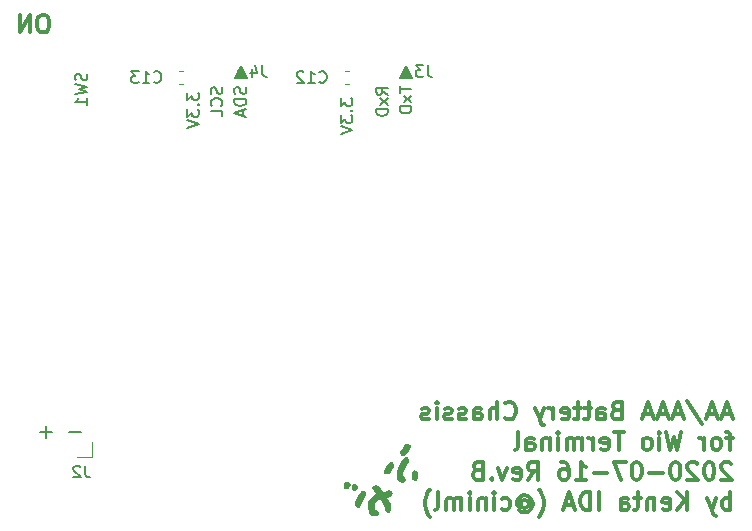
<source format=gbo>
G04 #@! TF.GenerationSoftware,KiCad,Pcbnew,5.1.6-c6e7f7d~86~ubuntu18.04.1*
G04 #@! TF.CreationDate,2020-07-16T01:51:11+09:00*
G04 #@! TF.ProjectId,WioTerminal_BatteryChassisAAA,57696f54-6572-46d6-996e-616c5f426174,rev?*
G04 #@! TF.SameCoordinates,PX206cc80PYfe6f74f0*
G04 #@! TF.FileFunction,Legend,Bot*
G04 #@! TF.FilePolarity,Positive*
%FSLAX46Y46*%
G04 Gerber Fmt 4.6, Leading zero omitted, Abs format (unit mm)*
G04 Created by KiCad (PCBNEW 5.1.6-c6e7f7d~86~ubuntu18.04.1) date 2020-07-16 01:51:11*
%MOMM*%
%LPD*%
G01*
G04 APERTURE LIST*
%ADD10C,0.200000*%
%ADD11C,0.300000*%
%ADD12C,0.150000*%
%ADD13C,0.120000*%
%ADD14C,0.010000*%
G04 APERTURE END LIST*
D10*
X-5547620Y11227142D02*
X-5547620Y10608095D01*
X-5166667Y10941428D01*
X-5166667Y10798571D01*
X-5119048Y10703333D01*
X-5071429Y10655714D01*
X-4976191Y10608095D01*
X-4738096Y10608095D01*
X-4642858Y10655714D01*
X-4595239Y10703333D01*
X-4547620Y10798571D01*
X-4547620Y11084285D01*
X-4595239Y11179523D01*
X-4642858Y11227142D01*
X-4642858Y10179523D02*
X-4595239Y10131904D01*
X-4547620Y10179523D01*
X-4595239Y10227142D01*
X-4642858Y10179523D01*
X-4547620Y10179523D01*
X-5547620Y9798571D02*
X-5547620Y9179523D01*
X-5166667Y9512857D01*
X-5166667Y9370000D01*
X-5119048Y9274761D01*
X-5071429Y9227142D01*
X-4976191Y9179523D01*
X-4738096Y9179523D01*
X-4642858Y9227142D01*
X-4595239Y9274761D01*
X-4547620Y9370000D01*
X-4547620Y9655714D01*
X-4595239Y9750952D01*
X-4642858Y9798571D01*
X-5547620Y8893809D02*
X-4547620Y8560476D01*
X-5547620Y8227142D01*
X-18547620Y11727142D02*
X-18547620Y11108095D01*
X-18166667Y11441428D01*
X-18166667Y11298571D01*
X-18119048Y11203333D01*
X-18071429Y11155714D01*
X-17976191Y11108095D01*
X-17738096Y11108095D01*
X-17642858Y11155714D01*
X-17595239Y11203333D01*
X-17547620Y11298571D01*
X-17547620Y11584285D01*
X-17595239Y11679523D01*
X-17642858Y11727142D01*
X-17642858Y10679523D02*
X-17595239Y10631904D01*
X-17547620Y10679523D01*
X-17595239Y10727142D01*
X-17642858Y10679523D01*
X-17547620Y10679523D01*
X-18547620Y10298571D02*
X-18547620Y9679523D01*
X-18166667Y10012857D01*
X-18166667Y9870000D01*
X-18119048Y9774761D01*
X-18071429Y9727142D01*
X-17976191Y9679523D01*
X-17738096Y9679523D01*
X-17642858Y9727142D01*
X-17595239Y9774761D01*
X-17547620Y9870000D01*
X-17547620Y10155714D01*
X-17595239Y10250952D01*
X-17642858Y10298571D01*
X-18547620Y9393809D02*
X-17547620Y9060476D01*
X-18547620Y8727142D01*
X-15595239Y12179523D02*
X-15547620Y12036666D01*
X-15547620Y11798571D01*
X-15595239Y11703333D01*
X-15642858Y11655714D01*
X-15738096Y11608095D01*
X-15833334Y11608095D01*
X-15928572Y11655714D01*
X-15976191Y11703333D01*
X-16023810Y11798571D01*
X-16071429Y11989047D01*
X-16119048Y12084285D01*
X-16166667Y12131904D01*
X-16261905Y12179523D01*
X-16357143Y12179523D01*
X-16452381Y12131904D01*
X-16500000Y12084285D01*
X-16547620Y11989047D01*
X-16547620Y11750952D01*
X-16500000Y11608095D01*
X-15642858Y10608095D02*
X-15595239Y10655714D01*
X-15547620Y10798571D01*
X-15547620Y10893809D01*
X-15595239Y11036666D01*
X-15690477Y11131904D01*
X-15785715Y11179523D01*
X-15976191Y11227142D01*
X-16119048Y11227142D01*
X-16309524Y11179523D01*
X-16404762Y11131904D01*
X-16500000Y11036666D01*
X-16547620Y10893809D01*
X-16547620Y10798571D01*
X-16500000Y10655714D01*
X-16452381Y10608095D01*
X-15547620Y9703333D02*
X-15547620Y10179523D01*
X-16547620Y10179523D01*
X-13595239Y12179523D02*
X-13547620Y12036666D01*
X-13547620Y11798571D01*
X-13595239Y11703333D01*
X-13642858Y11655714D01*
X-13738096Y11608095D01*
X-13833334Y11608095D01*
X-13928572Y11655714D01*
X-13976191Y11703333D01*
X-14023810Y11798571D01*
X-14071429Y11989047D01*
X-14119048Y12084285D01*
X-14166667Y12131904D01*
X-14261905Y12179523D01*
X-14357143Y12179523D01*
X-14452381Y12131904D01*
X-14500000Y12084285D01*
X-14547620Y11989047D01*
X-14547620Y11750952D01*
X-14500000Y11608095D01*
X-13547620Y11179523D02*
X-14547620Y11179523D01*
X-14547620Y10941428D01*
X-14500000Y10798571D01*
X-14404762Y10703333D01*
X-14309524Y10655714D01*
X-14119048Y10608095D01*
X-13976191Y10608095D01*
X-13785715Y10655714D01*
X-13690477Y10703333D01*
X-13595239Y10798571D01*
X-13547620Y10941428D01*
X-13547620Y11179523D01*
X-13833334Y10227142D02*
X-13833334Y9750952D01*
X-13547620Y10322380D02*
X-14547620Y9989047D01*
X-13547620Y9655714D01*
X-1547620Y11560476D02*
X-2023810Y11893809D01*
X-1547620Y12131904D02*
X-2547620Y12131904D01*
X-2547620Y11750952D01*
X-2500000Y11655714D01*
X-2452381Y11608095D01*
X-2357143Y11560476D01*
X-2214286Y11560476D01*
X-2119048Y11608095D01*
X-2071429Y11655714D01*
X-2023810Y11750952D01*
X-2023810Y12131904D01*
X-1547620Y11227142D02*
X-2214286Y10703333D01*
X-2214286Y11227142D02*
X-1547620Y10703333D01*
X-1547620Y10322380D02*
X-2547620Y10322380D01*
X-2547620Y10084285D01*
X-2500000Y9941428D01*
X-2404762Y9846190D01*
X-2309524Y9798571D01*
X-2119048Y9750952D01*
X-1976191Y9750952D01*
X-1785715Y9798571D01*
X-1690477Y9846190D01*
X-1595239Y9941428D01*
X-1547620Y10084285D01*
X-1547620Y10322380D01*
X-547620Y12274761D02*
X-547620Y11703333D01*
X452380Y11989047D02*
X-547620Y11989047D01*
X452380Y11465238D02*
X-214286Y10941428D01*
X-214286Y11465238D02*
X452380Y10941428D01*
X452380Y10560476D02*
X-547620Y10560476D01*
X-547620Y10322380D01*
X-500000Y10179523D01*
X-404762Y10084285D01*
X-309524Y10036666D01*
X-119048Y9989047D01*
X23809Y9989047D01*
X214285Y10036666D01*
X309523Y10084285D01*
X404761Y10179523D01*
X452380Y10322380D01*
X452380Y10560476D01*
D11*
X-30571429Y18321428D02*
X-30857143Y18321428D01*
X-31000000Y18250000D01*
X-31142858Y18107142D01*
X-31214286Y17821428D01*
X-31214286Y17321428D01*
X-31142858Y17035714D01*
X-31000000Y16892857D01*
X-30857143Y16821428D01*
X-30571429Y16821428D01*
X-30428572Y16892857D01*
X-30285715Y17035714D01*
X-30214286Y17321428D01*
X-30214286Y17821428D01*
X-30285715Y18107142D01*
X-30428572Y18250000D01*
X-30571429Y18321428D01*
X-31857143Y16821428D02*
X-31857143Y18321428D01*
X-32714286Y16821428D01*
X-32714286Y18321428D01*
D12*
X-27500000Y-17000000D02*
X-28500000Y-17000000D01*
X-30500000Y-16500000D02*
X-30500000Y-17500000D01*
X-30000000Y-17000000D02*
X-31000000Y-17000000D01*
D11*
X27519285Y-15525000D02*
X26805000Y-15525000D01*
X27662142Y-15953572D02*
X27162142Y-14453572D01*
X26662142Y-15953572D01*
X26233571Y-15525000D02*
X25519285Y-15525000D01*
X26376428Y-15953572D02*
X25876428Y-14453572D01*
X25376428Y-15953572D01*
X23804999Y-14382143D02*
X25090714Y-16310715D01*
X23376428Y-15525000D02*
X22662142Y-15525000D01*
X23519285Y-15953572D02*
X23019285Y-14453572D01*
X22519285Y-15953572D01*
X22090714Y-15525000D02*
X21376428Y-15525000D01*
X22233571Y-15953572D02*
X21733571Y-14453572D01*
X21233571Y-15953572D01*
X20804999Y-15525000D02*
X20090714Y-15525000D01*
X20947857Y-15953572D02*
X20447857Y-14453572D01*
X19947857Y-15953572D01*
X17804999Y-15167858D02*
X17590714Y-15239286D01*
X17519285Y-15310715D01*
X17447857Y-15453572D01*
X17447857Y-15667858D01*
X17519285Y-15810715D01*
X17590714Y-15882143D01*
X17733571Y-15953572D01*
X18304999Y-15953572D01*
X18304999Y-14453572D01*
X17804999Y-14453572D01*
X17662142Y-14525000D01*
X17590714Y-14596429D01*
X17519285Y-14739286D01*
X17519285Y-14882143D01*
X17590714Y-15025000D01*
X17662142Y-15096429D01*
X17804999Y-15167858D01*
X18304999Y-15167858D01*
X16162142Y-15953572D02*
X16162142Y-15167858D01*
X16233571Y-15025000D01*
X16376428Y-14953572D01*
X16662142Y-14953572D01*
X16804999Y-15025000D01*
X16162142Y-15882143D02*
X16304999Y-15953572D01*
X16662142Y-15953572D01*
X16804999Y-15882143D01*
X16876428Y-15739286D01*
X16876428Y-15596429D01*
X16804999Y-15453572D01*
X16662142Y-15382143D01*
X16304999Y-15382143D01*
X16162142Y-15310715D01*
X15662142Y-14953572D02*
X15090714Y-14953572D01*
X15447857Y-14453572D02*
X15447857Y-15739286D01*
X15376428Y-15882143D01*
X15233571Y-15953572D01*
X15090714Y-15953572D01*
X14804999Y-14953572D02*
X14233571Y-14953572D01*
X14590714Y-14453572D02*
X14590714Y-15739286D01*
X14519285Y-15882143D01*
X14376428Y-15953572D01*
X14233571Y-15953572D01*
X13162142Y-15882143D02*
X13304999Y-15953572D01*
X13590714Y-15953572D01*
X13733571Y-15882143D01*
X13804999Y-15739286D01*
X13804999Y-15167858D01*
X13733571Y-15025000D01*
X13590714Y-14953572D01*
X13304999Y-14953572D01*
X13162142Y-15025000D01*
X13090714Y-15167858D01*
X13090714Y-15310715D01*
X13804999Y-15453572D01*
X12447857Y-15953572D02*
X12447857Y-14953572D01*
X12447857Y-15239286D02*
X12376428Y-15096429D01*
X12304999Y-15025000D01*
X12162142Y-14953572D01*
X12019285Y-14953572D01*
X11662142Y-14953572D02*
X11304999Y-15953572D01*
X10947857Y-14953572D02*
X11304999Y-15953572D01*
X11447857Y-16310715D01*
X11519285Y-16382143D01*
X11662142Y-16453572D01*
X8376428Y-15810715D02*
X8447857Y-15882143D01*
X8662142Y-15953572D01*
X8804999Y-15953572D01*
X9019285Y-15882143D01*
X9162142Y-15739286D01*
X9233571Y-15596429D01*
X9304999Y-15310715D01*
X9304999Y-15096429D01*
X9233571Y-14810715D01*
X9162142Y-14667858D01*
X9019285Y-14525000D01*
X8804999Y-14453572D01*
X8662142Y-14453572D01*
X8447857Y-14525000D01*
X8376428Y-14596429D01*
X7733571Y-15953572D02*
X7733571Y-14453572D01*
X7090714Y-15953572D02*
X7090714Y-15167858D01*
X7162142Y-15025000D01*
X7304999Y-14953572D01*
X7519285Y-14953572D01*
X7662142Y-15025000D01*
X7733571Y-15096429D01*
X5733571Y-15953572D02*
X5733571Y-15167858D01*
X5804999Y-15025000D01*
X5947857Y-14953572D01*
X6233571Y-14953572D01*
X6376428Y-15025000D01*
X5733571Y-15882143D02*
X5876428Y-15953572D01*
X6233571Y-15953572D01*
X6376428Y-15882143D01*
X6447857Y-15739286D01*
X6447857Y-15596429D01*
X6376428Y-15453572D01*
X6233571Y-15382143D01*
X5876428Y-15382143D01*
X5733571Y-15310715D01*
X5090714Y-15882143D02*
X4947857Y-15953572D01*
X4662142Y-15953572D01*
X4519285Y-15882143D01*
X4447857Y-15739286D01*
X4447857Y-15667858D01*
X4519285Y-15525000D01*
X4662142Y-15453572D01*
X4876428Y-15453572D01*
X5019285Y-15382143D01*
X5090714Y-15239286D01*
X5090714Y-15167858D01*
X5019285Y-15025000D01*
X4876428Y-14953572D01*
X4662142Y-14953572D01*
X4519285Y-15025000D01*
X3876428Y-15882143D02*
X3733571Y-15953572D01*
X3447857Y-15953572D01*
X3304999Y-15882143D01*
X3233571Y-15739286D01*
X3233571Y-15667858D01*
X3304999Y-15525000D01*
X3447857Y-15453572D01*
X3662142Y-15453572D01*
X3804999Y-15382143D01*
X3876428Y-15239286D01*
X3876428Y-15167858D01*
X3804999Y-15025000D01*
X3662142Y-14953572D01*
X3447857Y-14953572D01*
X3304999Y-15025000D01*
X2590714Y-15953572D02*
X2590714Y-14953572D01*
X2590714Y-14453572D02*
X2662142Y-14525000D01*
X2590714Y-14596429D01*
X2519285Y-14525000D01*
X2590714Y-14453572D01*
X2590714Y-14596429D01*
X1947857Y-15882143D02*
X1804999Y-15953572D01*
X1519285Y-15953572D01*
X1376428Y-15882143D01*
X1304999Y-15739286D01*
X1304999Y-15667858D01*
X1376428Y-15525000D01*
X1519285Y-15453572D01*
X1733571Y-15453572D01*
X1876428Y-15382143D01*
X1947857Y-15239286D01*
X1947857Y-15167858D01*
X1876428Y-15025000D01*
X1733571Y-14953572D01*
X1519285Y-14953572D01*
X1376428Y-15025000D01*
X27662142Y-17503572D02*
X27090714Y-17503572D01*
X27447857Y-18503572D02*
X27447857Y-17217858D01*
X27376428Y-17075000D01*
X27233571Y-17003572D01*
X27090714Y-17003572D01*
X26376428Y-18503572D02*
X26519285Y-18432143D01*
X26590714Y-18360715D01*
X26662142Y-18217858D01*
X26662142Y-17789286D01*
X26590714Y-17646429D01*
X26519285Y-17575000D01*
X26376428Y-17503572D01*
X26162142Y-17503572D01*
X26019285Y-17575000D01*
X25947857Y-17646429D01*
X25876428Y-17789286D01*
X25876428Y-18217858D01*
X25947857Y-18360715D01*
X26019285Y-18432143D01*
X26162142Y-18503572D01*
X26376428Y-18503572D01*
X25233571Y-18503572D02*
X25233571Y-17503572D01*
X25233571Y-17789286D02*
X25162142Y-17646429D01*
X25090714Y-17575000D01*
X24947857Y-17503572D01*
X24805000Y-17503572D01*
X23305000Y-17003572D02*
X22947857Y-18503572D01*
X22662142Y-17432143D01*
X22376428Y-18503572D01*
X22019285Y-17003572D01*
X21447857Y-18503572D02*
X21447857Y-17503572D01*
X21447857Y-17003572D02*
X21519285Y-17075000D01*
X21447857Y-17146429D01*
X21376428Y-17075000D01*
X21447857Y-17003572D01*
X21447857Y-17146429D01*
X20519285Y-18503572D02*
X20662142Y-18432143D01*
X20733571Y-18360715D01*
X20805000Y-18217858D01*
X20805000Y-17789286D01*
X20733571Y-17646429D01*
X20662142Y-17575000D01*
X20519285Y-17503572D01*
X20305000Y-17503572D01*
X20162142Y-17575000D01*
X20090714Y-17646429D01*
X20019285Y-17789286D01*
X20019285Y-18217858D01*
X20090714Y-18360715D01*
X20162142Y-18432143D01*
X20305000Y-18503572D01*
X20519285Y-18503572D01*
X18447857Y-17003572D02*
X17590714Y-17003572D01*
X18019285Y-18503572D02*
X18019285Y-17003572D01*
X16519285Y-18432143D02*
X16662142Y-18503572D01*
X16947857Y-18503572D01*
X17090714Y-18432143D01*
X17162142Y-18289286D01*
X17162142Y-17717858D01*
X17090714Y-17575000D01*
X16947857Y-17503572D01*
X16662142Y-17503572D01*
X16519285Y-17575000D01*
X16447857Y-17717858D01*
X16447857Y-17860715D01*
X17162142Y-18003572D01*
X15805000Y-18503572D02*
X15805000Y-17503572D01*
X15805000Y-17789286D02*
X15733571Y-17646429D01*
X15662142Y-17575000D01*
X15519285Y-17503572D01*
X15376428Y-17503572D01*
X14876428Y-18503572D02*
X14876428Y-17503572D01*
X14876428Y-17646429D02*
X14805000Y-17575000D01*
X14662142Y-17503572D01*
X14447857Y-17503572D01*
X14305000Y-17575000D01*
X14233571Y-17717858D01*
X14233571Y-18503572D01*
X14233571Y-17717858D02*
X14162142Y-17575000D01*
X14019285Y-17503572D01*
X13805000Y-17503572D01*
X13662142Y-17575000D01*
X13590714Y-17717858D01*
X13590714Y-18503572D01*
X12876428Y-18503572D02*
X12876428Y-17503572D01*
X12876428Y-17003572D02*
X12947857Y-17075000D01*
X12876428Y-17146429D01*
X12805000Y-17075000D01*
X12876428Y-17003572D01*
X12876428Y-17146429D01*
X12162142Y-17503572D02*
X12162142Y-18503572D01*
X12162142Y-17646429D02*
X12090714Y-17575000D01*
X11947857Y-17503572D01*
X11733571Y-17503572D01*
X11590714Y-17575000D01*
X11519285Y-17717858D01*
X11519285Y-18503572D01*
X10162142Y-18503572D02*
X10162142Y-17717858D01*
X10233571Y-17575000D01*
X10376428Y-17503572D01*
X10662142Y-17503572D01*
X10805000Y-17575000D01*
X10162142Y-18432143D02*
X10305000Y-18503572D01*
X10662142Y-18503572D01*
X10805000Y-18432143D01*
X10876428Y-18289286D01*
X10876428Y-18146429D01*
X10805000Y-18003572D01*
X10662142Y-17932143D01*
X10305000Y-17932143D01*
X10162142Y-17860715D01*
X9233571Y-18503572D02*
X9376428Y-18432143D01*
X9447857Y-18289286D01*
X9447857Y-17003572D01*
X27519285Y-19696429D02*
X27447857Y-19625000D01*
X27305000Y-19553572D01*
X26947857Y-19553572D01*
X26805000Y-19625000D01*
X26733571Y-19696429D01*
X26662142Y-19839286D01*
X26662142Y-19982143D01*
X26733571Y-20196429D01*
X27590714Y-21053572D01*
X26662142Y-21053572D01*
X25733571Y-19553572D02*
X25590714Y-19553572D01*
X25447857Y-19625000D01*
X25376428Y-19696429D01*
X25305000Y-19839286D01*
X25233571Y-20125000D01*
X25233571Y-20482143D01*
X25305000Y-20767858D01*
X25376428Y-20910715D01*
X25447857Y-20982143D01*
X25590714Y-21053572D01*
X25733571Y-21053572D01*
X25876428Y-20982143D01*
X25947857Y-20910715D01*
X26019285Y-20767858D01*
X26090714Y-20482143D01*
X26090714Y-20125000D01*
X26019285Y-19839286D01*
X25947857Y-19696429D01*
X25876428Y-19625000D01*
X25733571Y-19553572D01*
X24662142Y-19696429D02*
X24590714Y-19625000D01*
X24447857Y-19553572D01*
X24090714Y-19553572D01*
X23947857Y-19625000D01*
X23876428Y-19696429D01*
X23805000Y-19839286D01*
X23805000Y-19982143D01*
X23876428Y-20196429D01*
X24733571Y-21053572D01*
X23805000Y-21053572D01*
X22876428Y-19553572D02*
X22733571Y-19553572D01*
X22590714Y-19625000D01*
X22519285Y-19696429D01*
X22447857Y-19839286D01*
X22376428Y-20125000D01*
X22376428Y-20482143D01*
X22447857Y-20767858D01*
X22519285Y-20910715D01*
X22590714Y-20982143D01*
X22733571Y-21053572D01*
X22876428Y-21053572D01*
X23019285Y-20982143D01*
X23090714Y-20910715D01*
X23162142Y-20767858D01*
X23233571Y-20482143D01*
X23233571Y-20125000D01*
X23162142Y-19839286D01*
X23090714Y-19696429D01*
X23019285Y-19625000D01*
X22876428Y-19553572D01*
X21733571Y-20482143D02*
X20590714Y-20482143D01*
X19590714Y-19553572D02*
X19447857Y-19553572D01*
X19305000Y-19625000D01*
X19233571Y-19696429D01*
X19162142Y-19839286D01*
X19090714Y-20125000D01*
X19090714Y-20482143D01*
X19162142Y-20767858D01*
X19233571Y-20910715D01*
X19305000Y-20982143D01*
X19447857Y-21053572D01*
X19590714Y-21053572D01*
X19733571Y-20982143D01*
X19805000Y-20910715D01*
X19876428Y-20767858D01*
X19947857Y-20482143D01*
X19947857Y-20125000D01*
X19876428Y-19839286D01*
X19805000Y-19696429D01*
X19733571Y-19625000D01*
X19590714Y-19553572D01*
X18590714Y-19553572D02*
X17590714Y-19553572D01*
X18233571Y-21053572D01*
X17019285Y-20482143D02*
X15876428Y-20482143D01*
X14376428Y-21053572D02*
X15233571Y-21053572D01*
X14804999Y-21053572D02*
X14804999Y-19553572D01*
X14947857Y-19767858D01*
X15090714Y-19910715D01*
X15233571Y-19982143D01*
X13090714Y-19553572D02*
X13376428Y-19553572D01*
X13519285Y-19625000D01*
X13590714Y-19696429D01*
X13733571Y-19910715D01*
X13804999Y-20196429D01*
X13804999Y-20767858D01*
X13733571Y-20910715D01*
X13662142Y-20982143D01*
X13519285Y-21053572D01*
X13233571Y-21053572D01*
X13090714Y-20982143D01*
X13019285Y-20910715D01*
X12947857Y-20767858D01*
X12947857Y-20410715D01*
X13019285Y-20267858D01*
X13090714Y-20196429D01*
X13233571Y-20125000D01*
X13519285Y-20125000D01*
X13662142Y-20196429D01*
X13733571Y-20267858D01*
X13804999Y-20410715D01*
X10304999Y-21053572D02*
X10804999Y-20339286D01*
X11162142Y-21053572D02*
X11162142Y-19553572D01*
X10590714Y-19553572D01*
X10447857Y-19625000D01*
X10376428Y-19696429D01*
X10304999Y-19839286D01*
X10304999Y-20053572D01*
X10376428Y-20196429D01*
X10447857Y-20267858D01*
X10590714Y-20339286D01*
X11162142Y-20339286D01*
X9090714Y-20982143D02*
X9233571Y-21053572D01*
X9519285Y-21053572D01*
X9662142Y-20982143D01*
X9733571Y-20839286D01*
X9733571Y-20267858D01*
X9662142Y-20125000D01*
X9519285Y-20053572D01*
X9233571Y-20053572D01*
X9090714Y-20125000D01*
X9019285Y-20267858D01*
X9019285Y-20410715D01*
X9733571Y-20553572D01*
X8519285Y-20053572D02*
X8162142Y-21053572D01*
X7804999Y-20053572D01*
X7233571Y-20910715D02*
X7162142Y-20982143D01*
X7233571Y-21053572D01*
X7304999Y-20982143D01*
X7233571Y-20910715D01*
X7233571Y-21053572D01*
X6019285Y-20267858D02*
X5804999Y-20339286D01*
X5733571Y-20410715D01*
X5662142Y-20553572D01*
X5662142Y-20767858D01*
X5733571Y-20910715D01*
X5804999Y-20982143D01*
X5947857Y-21053572D01*
X6519285Y-21053572D01*
X6519285Y-19553572D01*
X6019285Y-19553572D01*
X5876428Y-19625000D01*
X5804999Y-19696429D01*
X5733571Y-19839286D01*
X5733571Y-19982143D01*
X5804999Y-20125000D01*
X5876428Y-20196429D01*
X6019285Y-20267858D01*
X6519285Y-20267858D01*
X27447857Y-23603572D02*
X27447857Y-22103572D01*
X27447857Y-22675000D02*
X27305000Y-22603572D01*
X27019285Y-22603572D01*
X26876428Y-22675000D01*
X26805000Y-22746429D01*
X26733571Y-22889286D01*
X26733571Y-23317858D01*
X26805000Y-23460715D01*
X26876428Y-23532143D01*
X27019285Y-23603572D01*
X27305000Y-23603572D01*
X27447857Y-23532143D01*
X26233571Y-22603572D02*
X25876428Y-23603572D01*
X25519285Y-22603572D02*
X25876428Y-23603572D01*
X26019285Y-23960715D01*
X26090714Y-24032143D01*
X26233571Y-24103572D01*
X23805000Y-23603572D02*
X23805000Y-22103572D01*
X22947857Y-23603572D02*
X23590714Y-22746429D01*
X22947857Y-22103572D02*
X23805000Y-22960715D01*
X21733571Y-23532143D02*
X21876428Y-23603572D01*
X22162142Y-23603572D01*
X22305000Y-23532143D01*
X22376428Y-23389286D01*
X22376428Y-22817858D01*
X22305000Y-22675000D01*
X22162142Y-22603572D01*
X21876428Y-22603572D01*
X21733571Y-22675000D01*
X21662142Y-22817858D01*
X21662142Y-22960715D01*
X22376428Y-23103572D01*
X21019285Y-22603572D02*
X21019285Y-23603572D01*
X21019285Y-22746429D02*
X20947857Y-22675000D01*
X20805000Y-22603572D01*
X20590714Y-22603572D01*
X20447857Y-22675000D01*
X20376428Y-22817858D01*
X20376428Y-23603572D01*
X19876428Y-22603572D02*
X19305000Y-22603572D01*
X19662142Y-22103572D02*
X19662142Y-23389286D01*
X19590714Y-23532143D01*
X19447857Y-23603572D01*
X19305000Y-23603572D01*
X18162142Y-23603572D02*
X18162142Y-22817858D01*
X18233571Y-22675000D01*
X18376428Y-22603572D01*
X18662142Y-22603572D01*
X18805000Y-22675000D01*
X18162142Y-23532143D02*
X18305000Y-23603572D01*
X18662142Y-23603572D01*
X18805000Y-23532143D01*
X18876428Y-23389286D01*
X18876428Y-23246429D01*
X18805000Y-23103572D01*
X18662142Y-23032143D01*
X18305000Y-23032143D01*
X18162142Y-22960715D01*
X16305000Y-23603572D02*
X16305000Y-22103572D01*
X15590714Y-23603572D02*
X15590714Y-22103572D01*
X15233571Y-22103572D01*
X15019285Y-22175000D01*
X14876428Y-22317858D01*
X14805000Y-22460715D01*
X14733571Y-22746429D01*
X14733571Y-22960715D01*
X14805000Y-23246429D01*
X14876428Y-23389286D01*
X15019285Y-23532143D01*
X15233571Y-23603572D01*
X15590714Y-23603572D01*
X14162142Y-23175000D02*
X13447857Y-23175000D01*
X14305000Y-23603572D02*
X13805000Y-22103572D01*
X13305000Y-23603572D01*
X11233571Y-24175000D02*
X11305000Y-24103572D01*
X11447857Y-23889286D01*
X11519285Y-23746429D01*
X11590714Y-23532143D01*
X11662142Y-23175000D01*
X11662142Y-22889286D01*
X11590714Y-22532143D01*
X11519285Y-22317858D01*
X11447857Y-22175000D01*
X11305000Y-21960715D01*
X11233571Y-21889286D01*
X9733571Y-22889286D02*
X9805000Y-22817858D01*
X9947857Y-22746429D01*
X10090714Y-22746429D01*
X10233571Y-22817858D01*
X10305000Y-22889286D01*
X10376428Y-23032143D01*
X10376428Y-23175000D01*
X10305000Y-23317858D01*
X10233571Y-23389286D01*
X10090714Y-23460715D01*
X9947857Y-23460715D01*
X9805000Y-23389286D01*
X9733571Y-23317858D01*
X9733571Y-22746429D02*
X9733571Y-23317858D01*
X9662142Y-23389286D01*
X9590714Y-23389286D01*
X9447857Y-23317858D01*
X9376428Y-23175000D01*
X9376428Y-22817858D01*
X9519285Y-22603572D01*
X9733571Y-22460715D01*
X10019285Y-22389286D01*
X10305000Y-22460715D01*
X10519285Y-22603572D01*
X10662142Y-22817858D01*
X10733571Y-23103572D01*
X10662142Y-23389286D01*
X10519285Y-23603572D01*
X10305000Y-23746429D01*
X10019285Y-23817858D01*
X9733571Y-23746429D01*
X9519285Y-23603572D01*
X8090714Y-23532143D02*
X8233571Y-23603572D01*
X8519285Y-23603572D01*
X8662142Y-23532143D01*
X8733571Y-23460715D01*
X8805000Y-23317858D01*
X8805000Y-22889286D01*
X8733571Y-22746429D01*
X8662142Y-22675000D01*
X8519285Y-22603572D01*
X8233571Y-22603572D01*
X8090714Y-22675000D01*
X7447857Y-23603572D02*
X7447857Y-22603572D01*
X7447857Y-22103572D02*
X7519285Y-22175000D01*
X7447857Y-22246429D01*
X7376428Y-22175000D01*
X7447857Y-22103572D01*
X7447857Y-22246429D01*
X6733571Y-22603572D02*
X6733571Y-23603572D01*
X6733571Y-22746429D02*
X6662142Y-22675000D01*
X6519285Y-22603572D01*
X6305000Y-22603572D01*
X6162142Y-22675000D01*
X6090714Y-22817858D01*
X6090714Y-23603572D01*
X5376428Y-23603572D02*
X5376428Y-22603572D01*
X5376428Y-22103572D02*
X5447857Y-22175000D01*
X5376428Y-22246429D01*
X5305000Y-22175000D01*
X5376428Y-22103572D01*
X5376428Y-22246429D01*
X4662142Y-23603572D02*
X4662142Y-22603572D01*
X4662142Y-22746429D02*
X4590714Y-22675000D01*
X4447857Y-22603572D01*
X4233571Y-22603572D01*
X4090714Y-22675000D01*
X4019285Y-22817858D01*
X4019285Y-23603572D01*
X4019285Y-22817858D02*
X3947857Y-22675000D01*
X3805000Y-22603572D01*
X3590714Y-22603572D01*
X3447857Y-22675000D01*
X3376428Y-22817858D01*
X3376428Y-23603572D01*
X2447857Y-23603572D02*
X2590714Y-23532143D01*
X2662142Y-23389286D01*
X2662142Y-22103572D01*
X2019285Y-24175000D02*
X1947857Y-24103572D01*
X1805000Y-23889286D01*
X1733571Y-23746429D01*
X1662142Y-23532143D01*
X1590714Y-23175000D01*
X1590714Y-22889286D01*
X1662142Y-22532143D01*
X1733571Y-22317858D01*
X1805000Y-22175000D01*
X1947857Y-21960715D01*
X2019285Y-21889286D01*
D13*
X-26630000Y-19170000D02*
X-26630000Y-17900000D01*
X-27900000Y-19170000D02*
X-26630000Y-19170000D01*
D14*
G36*
X-63172Y-18032153D02*
G01*
X-148787Y-18096708D01*
X-207610Y-18176829D01*
X-224445Y-18244831D01*
X-242978Y-18291040D01*
X-291830Y-18362102D01*
X-360873Y-18443491D01*
X-369005Y-18452176D01*
X-443082Y-18532799D01*
X-485034Y-18589528D01*
X-502441Y-18638588D01*
X-502882Y-18696204D01*
X-499343Y-18731215D01*
X-467246Y-18857485D01*
X-404838Y-18936272D01*
X-312235Y-18967440D01*
X-295396Y-18968000D01*
X-246259Y-18961175D01*
X-194811Y-18935815D01*
X-130760Y-18884594D01*
X-43816Y-18800188D01*
X-7946Y-18763389D01*
X79064Y-18667401D01*
X151105Y-18576787D01*
X198229Y-18504633D01*
X210240Y-18476339D01*
X244002Y-18391100D01*
X285305Y-18324366D01*
X324508Y-18260111D01*
X340000Y-18207474D01*
X317976Y-18153727D01*
X263148Y-18089608D01*
X192381Y-18031558D01*
X123349Y-17996260D01*
X32964Y-17994793D01*
X-63172Y-18032153D01*
G37*
X-63172Y-18032153D02*
X-148787Y-18096708D01*
X-207610Y-18176829D01*
X-224445Y-18244831D01*
X-242978Y-18291040D01*
X-291830Y-18362102D01*
X-360873Y-18443491D01*
X-369005Y-18452176D01*
X-443082Y-18532799D01*
X-485034Y-18589528D01*
X-502441Y-18638588D01*
X-502882Y-18696204D01*
X-499343Y-18731215D01*
X-467246Y-18857485D01*
X-404838Y-18936272D01*
X-312235Y-18967440D01*
X-295396Y-18968000D01*
X-246259Y-18961175D01*
X-194811Y-18935815D01*
X-130760Y-18884594D01*
X-43816Y-18800188D01*
X-7946Y-18763389D01*
X79064Y-18667401D01*
X151105Y-18576787D01*
X198229Y-18504633D01*
X210240Y-18476339D01*
X244002Y-18391100D01*
X285305Y-18324366D01*
X324508Y-18260111D01*
X340000Y-18207474D01*
X317976Y-18153727D01*
X263148Y-18089608D01*
X192381Y-18031558D01*
X123349Y-17996260D01*
X32964Y-17994793D01*
X-63172Y-18032153D01*
G36*
X-1334215Y-19581103D02*
G01*
X-1404895Y-19635288D01*
X-1489597Y-19712537D01*
X-1577929Y-19802165D01*
X-1659498Y-19893488D01*
X-1723910Y-19975821D01*
X-1760774Y-20038479D01*
X-1764691Y-20050798D01*
X-1797097Y-20134986D01*
X-1848828Y-20216526D01*
X-1850876Y-20218999D01*
X-1903230Y-20293642D01*
X-1912062Y-20354023D01*
X-1878139Y-20420869D01*
X-1859285Y-20445861D01*
X-1814504Y-20491354D01*
X-1759947Y-20513542D01*
X-1674394Y-20520107D01*
X-1653898Y-20520222D01*
X-1549025Y-20511504D01*
X-1466353Y-20488716D01*
X-1446440Y-20477802D01*
X-1397701Y-20423042D01*
X-1356515Y-20343513D01*
X-1351637Y-20329635D01*
X-1313285Y-20250962D01*
X-1249682Y-20157359D01*
X-1194255Y-20091043D01*
X-1124572Y-20010450D01*
X-1087292Y-19947449D01*
X-1072827Y-19881912D01*
X-1071111Y-19832496D01*
X-1078281Y-19743628D01*
X-1107796Y-19682755D01*
X-1157943Y-19633731D01*
X-1223846Y-19586813D01*
X-1278621Y-19561893D01*
X-1287951Y-19560667D01*
X-1334215Y-19581103D01*
G37*
X-1334215Y-19581103D02*
X-1404895Y-19635288D01*
X-1489597Y-19712537D01*
X-1577929Y-19802165D01*
X-1659498Y-19893488D01*
X-1723910Y-19975821D01*
X-1760774Y-20038479D01*
X-1764691Y-20050798D01*
X-1797097Y-20134986D01*
X-1848828Y-20216526D01*
X-1850876Y-20218999D01*
X-1903230Y-20293642D01*
X-1912062Y-20354023D01*
X-1878139Y-20420869D01*
X-1859285Y-20445861D01*
X-1814504Y-20491354D01*
X-1759947Y-20513542D01*
X-1674394Y-20520107D01*
X-1653898Y-20520222D01*
X-1549025Y-20511504D01*
X-1466353Y-20488716D01*
X-1446440Y-20477802D01*
X-1397701Y-20423042D01*
X-1356515Y-20343513D01*
X-1351637Y-20329635D01*
X-1313285Y-20250962D01*
X-1249682Y-20157359D01*
X-1194255Y-20091043D01*
X-1124572Y-20010450D01*
X-1087292Y-19947449D01*
X-1072827Y-19881912D01*
X-1071111Y-19832496D01*
X-1078281Y-19743628D01*
X-1107796Y-19682755D01*
X-1157943Y-19633731D01*
X-1223846Y-19586813D01*
X-1278621Y-19561893D01*
X-1287951Y-19560667D01*
X-1334215Y-19581103D01*
G36*
X621762Y-20302561D02*
G01*
X566030Y-20350653D01*
X475646Y-20435084D01*
X485434Y-20700524D01*
X492719Y-20835355D01*
X504341Y-20926324D01*
X522756Y-20985983D01*
X548985Y-21025316D01*
X629438Y-21076831D01*
X723103Y-21083052D01*
X810850Y-21044945D01*
X845951Y-21010305D01*
X874530Y-20965605D01*
X892145Y-20910761D01*
X901259Y-20831630D01*
X904331Y-20714069D01*
X904444Y-20674147D01*
X903697Y-20550838D01*
X899073Y-20470198D01*
X887001Y-20418454D01*
X863910Y-20381834D01*
X826228Y-20346562D01*
X817612Y-20339287D01*
X742438Y-20284694D01*
X683435Y-20272168D01*
X621762Y-20302561D01*
G37*
X621762Y-20302561D02*
X566030Y-20350653D01*
X475646Y-20435084D01*
X485434Y-20700524D01*
X492719Y-20835355D01*
X504341Y-20926324D01*
X522756Y-20985983D01*
X548985Y-21025316D01*
X629438Y-21076831D01*
X723103Y-21083052D01*
X810850Y-21044945D01*
X845951Y-21010305D01*
X874530Y-20965605D01*
X892145Y-20910761D01*
X901259Y-20831630D01*
X904331Y-20714069D01*
X904444Y-20674147D01*
X903697Y-20550838D01*
X899073Y-20470198D01*
X887001Y-20418454D01*
X863910Y-20381834D01*
X826228Y-20346562D01*
X817612Y-20339287D01*
X742438Y-20284694D01*
X683435Y-20272168D01*
X621762Y-20302561D01*
G36*
X-64215Y-19157770D02*
G01*
X-134895Y-19211955D01*
X-219597Y-19289204D01*
X-307929Y-19378832D01*
X-389498Y-19470155D01*
X-453910Y-19552488D01*
X-490774Y-19615146D01*
X-494691Y-19627464D01*
X-527097Y-19711652D01*
X-578828Y-19793193D01*
X-580876Y-19795666D01*
X-637908Y-19904372D01*
X-647778Y-19984912D01*
X-674710Y-20116210D01*
X-720501Y-20201469D01*
X-751590Y-20250353D01*
X-771863Y-20296249D01*
X-783185Y-20352008D01*
X-787418Y-20430477D01*
X-786429Y-20544506D01*
X-784001Y-20639045D01*
X-774778Y-20969533D01*
X-651619Y-21094943D01*
X-539750Y-21188192D01*
X-429637Y-21231715D01*
X-307184Y-21229959D01*
X-257717Y-21219190D01*
X-173338Y-21176854D01*
X-109518Y-21108322D01*
X-83358Y-21032149D01*
X-83334Y-21029968D01*
X-102044Y-20989270D01*
X-150896Y-20924459D01*
X-213474Y-20855701D01*
X-290280Y-20770587D01*
X-333553Y-20699244D01*
X-354611Y-20621176D01*
X-358279Y-20593468D01*
X-361404Y-20496596D01*
X-338793Y-20420032D01*
X-301350Y-20357736D01*
X-251586Y-20270010D01*
X-216334Y-20182410D01*
X-211175Y-20162339D01*
X-186486Y-20089226D01*
X-153519Y-20040137D01*
X-119371Y-19992866D01*
X-85813Y-19918436D01*
X-80921Y-19904132D01*
X-43031Y-19826760D01*
X20187Y-19734080D01*
X75745Y-19667709D01*
X145428Y-19587116D01*
X182708Y-19524116D01*
X197173Y-19458579D01*
X198889Y-19409162D01*
X191719Y-19320295D01*
X162204Y-19259421D01*
X112057Y-19210398D01*
X46154Y-19163480D01*
X-8621Y-19138559D01*
X-17951Y-19137334D01*
X-64215Y-19157770D01*
G37*
X-64215Y-19157770D02*
X-134895Y-19211955D01*
X-219597Y-19289204D01*
X-307929Y-19378832D01*
X-389498Y-19470155D01*
X-453910Y-19552488D01*
X-490774Y-19615146D01*
X-494691Y-19627464D01*
X-527097Y-19711652D01*
X-578828Y-19793193D01*
X-580876Y-19795666D01*
X-637908Y-19904372D01*
X-647778Y-19984912D01*
X-674710Y-20116210D01*
X-720501Y-20201469D01*
X-751590Y-20250353D01*
X-771863Y-20296249D01*
X-783185Y-20352008D01*
X-787418Y-20430477D01*
X-786429Y-20544506D01*
X-784001Y-20639045D01*
X-774778Y-20969533D01*
X-651619Y-21094943D01*
X-539750Y-21188192D01*
X-429637Y-21231715D01*
X-307184Y-21229959D01*
X-257717Y-21219190D01*
X-173338Y-21176854D01*
X-109518Y-21108322D01*
X-83358Y-21032149D01*
X-83334Y-21029968D01*
X-102044Y-20989270D01*
X-150896Y-20924459D01*
X-213474Y-20855701D01*
X-290280Y-20770587D01*
X-333553Y-20699244D01*
X-354611Y-20621176D01*
X-358279Y-20593468D01*
X-361404Y-20496596D01*
X-338793Y-20420032D01*
X-301350Y-20357736D01*
X-251586Y-20270010D01*
X-216334Y-20182410D01*
X-211175Y-20162339D01*
X-186486Y-20089226D01*
X-153519Y-20040137D01*
X-119371Y-19992866D01*
X-85813Y-19918436D01*
X-80921Y-19904132D01*
X-43031Y-19826760D01*
X20187Y-19734080D01*
X75745Y-19667709D01*
X145428Y-19587116D01*
X182708Y-19524116D01*
X197173Y-19458579D01*
X198889Y-19409162D01*
X191719Y-19320295D01*
X162204Y-19259421D01*
X112057Y-19210398D01*
X46154Y-19163480D01*
X-8621Y-19138559D01*
X-17951Y-19137334D01*
X-64215Y-19157770D01*
G36*
X-5100714Y-21263428D02*
G01*
X-5151144Y-21286205D01*
X-5276222Y-21348672D01*
X-5276222Y-21550632D01*
X-5272234Y-21669347D01*
X-5259760Y-21736614D01*
X-5240945Y-21756825D01*
X-5189587Y-21764971D01*
X-5116398Y-21778483D01*
X-5060413Y-21783104D01*
X-5009802Y-21766674D01*
X-4947835Y-21721382D01*
X-4897202Y-21676145D01*
X-4802329Y-21577949D01*
X-4755018Y-21497724D01*
X-4753042Y-21426850D01*
X-4794173Y-21356709D01*
X-4810128Y-21339113D01*
X-4902040Y-21264318D01*
X-4994230Y-21239814D01*
X-5100714Y-21263428D01*
G37*
X-5100714Y-21263428D02*
X-5151144Y-21286205D01*
X-5276222Y-21348672D01*
X-5276222Y-21550632D01*
X-5272234Y-21669347D01*
X-5259760Y-21736614D01*
X-5240945Y-21756825D01*
X-5189587Y-21764971D01*
X-5116398Y-21778483D01*
X-5060413Y-21783104D01*
X-5009802Y-21766674D01*
X-4947835Y-21721382D01*
X-4897202Y-21676145D01*
X-4802329Y-21577949D01*
X-4755018Y-21497724D01*
X-4753042Y-21426850D01*
X-4794173Y-21356709D01*
X-4810128Y-21339113D01*
X-4902040Y-21264318D01*
X-4994230Y-21239814D01*
X-5100714Y-21263428D01*
G36*
X-4466534Y-21431852D02*
G01*
X-4505593Y-21463223D01*
X-4555262Y-21515521D01*
X-4578658Y-21575002D01*
X-4584765Y-21665353D01*
X-4584778Y-21671927D01*
X-4567945Y-21801733D01*
X-4517161Y-21886684D01*
X-4431998Y-21927335D01*
X-4384897Y-21931334D01*
X-4294536Y-21911088D01*
X-4234049Y-21856972D01*
X-4184825Y-21749721D01*
X-4175556Y-21661925D01*
X-4183784Y-21573551D01*
X-4217069Y-21511515D01*
X-4262388Y-21468176D01*
X-4340159Y-21412537D01*
X-4401815Y-21400560D01*
X-4466534Y-21431852D01*
G37*
X-4466534Y-21431852D02*
X-4505593Y-21463223D01*
X-4555262Y-21515521D01*
X-4578658Y-21575002D01*
X-4584765Y-21665353D01*
X-4584778Y-21671927D01*
X-4567945Y-21801733D01*
X-4517161Y-21886684D01*
X-4431998Y-21927335D01*
X-4384897Y-21931334D01*
X-4294536Y-21911088D01*
X-4234049Y-21856972D01*
X-4184825Y-21749721D01*
X-4175556Y-21661925D01*
X-4183784Y-21573551D01*
X-4217069Y-21511515D01*
X-4262388Y-21468176D01*
X-4340159Y-21412537D01*
X-4401815Y-21400560D01*
X-4466534Y-21431852D01*
G36*
X-3775990Y-22006093D02*
G01*
X-3847291Y-22069696D01*
X-3921059Y-22148928D01*
X-3984749Y-22229604D01*
X-4025820Y-22297543D01*
X-4034445Y-22328217D01*
X-4052053Y-22389112D01*
X-4095389Y-22460716D01*
X-4105000Y-22472703D01*
X-4151070Y-22538614D01*
X-4174723Y-22594267D01*
X-4175556Y-22602260D01*
X-4190872Y-22652141D01*
X-4229438Y-22724005D01*
X-4249445Y-22754589D01*
X-4290439Y-22821334D01*
X-4310827Y-22883755D01*
X-4315402Y-22964115D01*
X-4311710Y-23043786D01*
X-4292012Y-23185088D01*
X-4251581Y-23278163D01*
X-4186447Y-23328680D01*
X-4102674Y-23342445D01*
X-4010579Y-23321336D01*
X-3953778Y-23270564D01*
X-3906417Y-23191350D01*
X-3879360Y-23117292D01*
X-3853456Y-23046749D01*
X-3822407Y-23003470D01*
X-3788318Y-22956176D01*
X-3754930Y-22881712D01*
X-3750098Y-22867465D01*
X-3718115Y-22787131D01*
X-3683133Y-22725546D01*
X-3678451Y-22719723D01*
X-3643115Y-22663020D01*
X-3609132Y-22584875D01*
X-3606947Y-22578612D01*
X-3568637Y-22490983D01*
X-3522513Y-22415123D01*
X-3521928Y-22414361D01*
X-3482335Y-22326260D01*
X-3470000Y-22225297D01*
X-3476774Y-22140537D01*
X-3506337Y-22083182D01*
X-3567438Y-22029220D01*
X-3656007Y-21977615D01*
X-3719697Y-21972301D01*
X-3775990Y-22006093D01*
G37*
X-3775990Y-22006093D02*
X-3847291Y-22069696D01*
X-3921059Y-22148928D01*
X-3984749Y-22229604D01*
X-4025820Y-22297543D01*
X-4034445Y-22328217D01*
X-4052053Y-22389112D01*
X-4095389Y-22460716D01*
X-4105000Y-22472703D01*
X-4151070Y-22538614D01*
X-4174723Y-22594267D01*
X-4175556Y-22602260D01*
X-4190872Y-22652141D01*
X-4229438Y-22724005D01*
X-4249445Y-22754589D01*
X-4290439Y-22821334D01*
X-4310827Y-22883755D01*
X-4315402Y-22964115D01*
X-4311710Y-23043786D01*
X-4292012Y-23185088D01*
X-4251581Y-23278163D01*
X-4186447Y-23328680D01*
X-4102674Y-23342445D01*
X-4010579Y-23321336D01*
X-3953778Y-23270564D01*
X-3906417Y-23191350D01*
X-3879360Y-23117292D01*
X-3853456Y-23046749D01*
X-3822407Y-23003470D01*
X-3788318Y-22956176D01*
X-3754930Y-22881712D01*
X-3750098Y-22867465D01*
X-3718115Y-22787131D01*
X-3683133Y-22725546D01*
X-3678451Y-22719723D01*
X-3643115Y-22663020D01*
X-3609132Y-22584875D01*
X-3606947Y-22578612D01*
X-3568637Y-22490983D01*
X-3522513Y-22415123D01*
X-3521928Y-22414361D01*
X-3482335Y-22326260D01*
X-3470000Y-22225297D01*
X-3476774Y-22140537D01*
X-3506337Y-22083182D01*
X-3567438Y-22029220D01*
X-3656007Y-21977615D01*
X-3719697Y-21972301D01*
X-3775990Y-22006093D01*
G36*
X-2647208Y-21520011D02*
G01*
X-2743941Y-21557204D01*
X-2829010Y-21618331D01*
X-2862591Y-21658298D01*
X-2888795Y-21721283D01*
X-2880807Y-21787618D01*
X-2834837Y-21865844D01*
X-2747095Y-21964499D01*
X-2710551Y-22000828D01*
X-2639543Y-22073708D01*
X-2588192Y-22133387D01*
X-2566975Y-22167624D01*
X-2566889Y-22168675D01*
X-2585777Y-22197315D01*
X-2637916Y-22258262D01*
X-2716521Y-22344035D01*
X-2814808Y-22447153D01*
X-2879222Y-22513038D01*
X-3191554Y-22829605D01*
X-3182611Y-23310677D01*
X-3173667Y-23791748D01*
X-3047846Y-23919874D01*
X-2922026Y-24048000D01*
X-2690061Y-24048000D01*
X-2574067Y-24046697D01*
X-2499979Y-24040309D01*
X-2453278Y-24025118D01*
X-2419444Y-23997407D01*
X-2399604Y-23973639D01*
X-2358846Y-23908353D01*
X-2341135Y-23853292D01*
X-2341111Y-23851919D01*
X-2364583Y-23792835D01*
X-2424135Y-23726849D01*
X-2503475Y-23668103D01*
X-2586310Y-23630740D01*
X-2599604Y-23627525D01*
X-2677010Y-23597565D01*
X-2727080Y-23540010D01*
X-2753336Y-23446742D01*
X-2759301Y-23309646D01*
X-2757838Y-23262875D01*
X-2749039Y-23056305D01*
X-2534523Y-22846597D01*
X-2442016Y-22760060D01*
X-2360491Y-22690892D01*
X-2300313Y-22647488D01*
X-2275545Y-22636889D01*
X-2223290Y-22659181D01*
X-2159327Y-22715257D01*
X-2098171Y-22788921D01*
X-2054338Y-22863972D01*
X-2043754Y-22895550D01*
X-2017456Y-22964516D01*
X-1987963Y-23004085D01*
X-1953874Y-23051380D01*
X-1920486Y-23125844D01*
X-1915654Y-23140091D01*
X-1882052Y-23222499D01*
X-1843593Y-23287747D01*
X-1838869Y-23293510D01*
X-1810718Y-23348791D01*
X-1785410Y-23436932D01*
X-1773974Y-23500643D01*
X-1743490Y-23634255D01*
X-1692658Y-23718978D01*
X-1617355Y-23759983D01*
X-1562674Y-23765778D01*
X-1477092Y-23751953D01*
X-1416511Y-23706418D01*
X-1377812Y-23623080D01*
X-1357874Y-23495848D01*
X-1353334Y-23357124D01*
X-1355009Y-23229537D01*
X-1361544Y-23145551D01*
X-1375205Y-23092385D01*
X-1398255Y-23057255D01*
X-1408178Y-23047559D01*
X-1453758Y-22983759D01*
X-1481571Y-22909129D01*
X-1511567Y-22839394D01*
X-1568914Y-22754787D01*
X-1615932Y-22700506D01*
X-1682732Y-22625368D01*
X-1703927Y-22576029D01*
X-1676543Y-22541562D01*
X-1597603Y-22511037D01*
X-1561468Y-22500458D01*
X-1477930Y-22461320D01*
X-1387930Y-22395652D01*
X-1304838Y-22316465D01*
X-1242028Y-22236770D01*
X-1212871Y-22169575D01*
X-1212222Y-22160665D01*
X-1234915Y-22104551D01*
X-1291627Y-22039138D01*
X-1365311Y-21979169D01*
X-1438919Y-21939391D01*
X-1477377Y-21931334D01*
X-1540159Y-21946898D01*
X-1620887Y-21986073D01*
X-1652784Y-22006170D01*
X-1755933Y-22058734D01*
X-1862483Y-22084320D01*
X-1957369Y-22081988D01*
X-2025526Y-22050796D01*
X-2041689Y-22030464D01*
X-2084215Y-21970951D01*
X-2154266Y-21889896D01*
X-2241457Y-21797547D01*
X-2335403Y-21704156D01*
X-2425719Y-21619971D01*
X-2502019Y-21555244D01*
X-2553918Y-21520224D01*
X-2561539Y-21517390D01*
X-2647208Y-21520011D01*
G37*
X-2647208Y-21520011D02*
X-2743941Y-21557204D01*
X-2829010Y-21618331D01*
X-2862591Y-21658298D01*
X-2888795Y-21721283D01*
X-2880807Y-21787618D01*
X-2834837Y-21865844D01*
X-2747095Y-21964499D01*
X-2710551Y-22000828D01*
X-2639543Y-22073708D01*
X-2588192Y-22133387D01*
X-2566975Y-22167624D01*
X-2566889Y-22168675D01*
X-2585777Y-22197315D01*
X-2637916Y-22258262D01*
X-2716521Y-22344035D01*
X-2814808Y-22447153D01*
X-2879222Y-22513038D01*
X-3191554Y-22829605D01*
X-3182611Y-23310677D01*
X-3173667Y-23791748D01*
X-3047846Y-23919874D01*
X-2922026Y-24048000D01*
X-2690061Y-24048000D01*
X-2574067Y-24046697D01*
X-2499979Y-24040309D01*
X-2453278Y-24025118D01*
X-2419444Y-23997407D01*
X-2399604Y-23973639D01*
X-2358846Y-23908353D01*
X-2341135Y-23853292D01*
X-2341111Y-23851919D01*
X-2364583Y-23792835D01*
X-2424135Y-23726849D01*
X-2503475Y-23668103D01*
X-2586310Y-23630740D01*
X-2599604Y-23627525D01*
X-2677010Y-23597565D01*
X-2727080Y-23540010D01*
X-2753336Y-23446742D01*
X-2759301Y-23309646D01*
X-2757838Y-23262875D01*
X-2749039Y-23056305D01*
X-2534523Y-22846597D01*
X-2442016Y-22760060D01*
X-2360491Y-22690892D01*
X-2300313Y-22647488D01*
X-2275545Y-22636889D01*
X-2223290Y-22659181D01*
X-2159327Y-22715257D01*
X-2098171Y-22788921D01*
X-2054338Y-22863972D01*
X-2043754Y-22895550D01*
X-2017456Y-22964516D01*
X-1987963Y-23004085D01*
X-1953874Y-23051380D01*
X-1920486Y-23125844D01*
X-1915654Y-23140091D01*
X-1882052Y-23222499D01*
X-1843593Y-23287747D01*
X-1838869Y-23293510D01*
X-1810718Y-23348791D01*
X-1785410Y-23436932D01*
X-1773974Y-23500643D01*
X-1743490Y-23634255D01*
X-1692658Y-23718978D01*
X-1617355Y-23759983D01*
X-1562674Y-23765778D01*
X-1477092Y-23751953D01*
X-1416511Y-23706418D01*
X-1377812Y-23623080D01*
X-1357874Y-23495848D01*
X-1353334Y-23357124D01*
X-1355009Y-23229537D01*
X-1361544Y-23145551D01*
X-1375205Y-23092385D01*
X-1398255Y-23057255D01*
X-1408178Y-23047559D01*
X-1453758Y-22983759D01*
X-1481571Y-22909129D01*
X-1511567Y-22839394D01*
X-1568914Y-22754787D01*
X-1615932Y-22700506D01*
X-1682732Y-22625368D01*
X-1703927Y-22576029D01*
X-1676543Y-22541562D01*
X-1597603Y-22511037D01*
X-1561468Y-22500458D01*
X-1477930Y-22461320D01*
X-1387930Y-22395652D01*
X-1304838Y-22316465D01*
X-1242028Y-22236770D01*
X-1212871Y-22169575D01*
X-1212222Y-22160665D01*
X-1234915Y-22104551D01*
X-1291627Y-22039138D01*
X-1365311Y-21979169D01*
X-1438919Y-21939391D01*
X-1477377Y-21931334D01*
X-1540159Y-21946898D01*
X-1620887Y-21986073D01*
X-1652784Y-22006170D01*
X-1755933Y-22058734D01*
X-1862483Y-22084320D01*
X-1957369Y-22081988D01*
X-2025526Y-22050796D01*
X-2041689Y-22030464D01*
X-2084215Y-21970951D01*
X-2154266Y-21889896D01*
X-2241457Y-21797547D01*
X-2335403Y-21704156D01*
X-2425719Y-21619971D01*
X-2502019Y-21555244D01*
X-2553918Y-21520224D01*
X-2561539Y-21517390D01*
X-2647208Y-21520011D01*
D13*
X-4837221Y13510000D02*
X-5162779Y13510000D01*
X-4837221Y12490000D02*
X-5162779Y12490000D01*
X-18924721Y12490000D02*
X-19250279Y12490000D01*
X-18924721Y13510000D02*
X-19250279Y13510000D01*
D12*
X-400000Y13100000D02*
X400000Y13100000D01*
X400000Y13200000D02*
X-400000Y13100000D01*
X-400000Y13200000D02*
X400000Y13200000D01*
X300000Y13300000D02*
X-400000Y13200000D01*
X-300000Y13300000D02*
X300000Y13300000D01*
X300000Y13400000D02*
X-300000Y13300000D01*
X-300000Y13400000D02*
X300000Y13400000D01*
X200000Y13500000D02*
X-300000Y13400000D01*
X-200000Y13500000D02*
X200000Y13500000D01*
X200000Y13600000D02*
X-200000Y13500000D01*
X-200000Y13600000D02*
X200000Y13600000D01*
X100000Y13700000D02*
X-200000Y13600000D01*
X-100000Y13700000D02*
X100000Y13700000D01*
X100000Y13800000D02*
X-100000Y13700000D01*
X-100000Y13800000D02*
X100000Y13800000D01*
X-500000Y13000000D02*
X0Y14000000D01*
X500000Y13000000D02*
X-500000Y13000000D01*
X0Y14000000D02*
X500000Y13000000D01*
X-14000000Y14000000D02*
X-13500000Y13000000D01*
X-13500000Y13000000D02*
X-14500000Y13000000D01*
X-14500000Y13000000D02*
X-14000000Y14000000D01*
X-14100000Y13800000D02*
X-13900000Y13800000D01*
X-13900000Y13800000D02*
X-14100000Y13700000D01*
X-14100000Y13700000D02*
X-13900000Y13700000D01*
X-13900000Y13700000D02*
X-14200000Y13600000D01*
X-14200000Y13600000D02*
X-13800000Y13600000D01*
X-13800000Y13600000D02*
X-14200000Y13500000D01*
X-14200000Y13500000D02*
X-13800000Y13500000D01*
X-13800000Y13500000D02*
X-14300000Y13400000D01*
X-14300000Y13400000D02*
X-13700000Y13400000D01*
X-13700000Y13400000D02*
X-14300000Y13300000D01*
X-14300000Y13300000D02*
X-13700000Y13300000D01*
X-13700000Y13300000D02*
X-14400000Y13200000D01*
X-14400000Y13200000D02*
X-13600000Y13200000D01*
X-13600000Y13200000D02*
X-14400000Y13100000D01*
X-14400000Y13100000D02*
X-13600000Y13100000D01*
X-27166667Y-19852381D02*
X-27166667Y-20566667D01*
X-27119048Y-20709524D01*
X-27023810Y-20804762D01*
X-26880953Y-20852381D01*
X-26785715Y-20852381D01*
X-27595239Y-19947620D02*
X-27642858Y-19900000D01*
X-27738096Y-19852381D01*
X-27976191Y-19852381D01*
X-28071429Y-19900000D01*
X-28119048Y-19947620D01*
X-28166667Y-20042858D01*
X-28166667Y-20138096D01*
X-28119048Y-20280953D01*
X-27547620Y-20852381D01*
X-28166667Y-20852381D01*
X-27055239Y13333333D02*
X-27007620Y13190476D01*
X-27007620Y12952380D01*
X-27055239Y12857142D01*
X-27102858Y12809523D01*
X-27198096Y12761904D01*
X-27293334Y12761904D01*
X-27388572Y12809523D01*
X-27436191Y12857142D01*
X-27483810Y12952380D01*
X-27531429Y13142857D01*
X-27579048Y13238095D01*
X-27626667Y13285714D01*
X-27721905Y13333333D01*
X-27817143Y13333333D01*
X-27912381Y13285714D01*
X-27960000Y13238095D01*
X-28007620Y13142857D01*
X-28007620Y12904761D01*
X-27960000Y12761904D01*
X-28007620Y12428571D02*
X-27007620Y12190476D01*
X-27721905Y12000000D01*
X-27007620Y11809523D01*
X-28007620Y11571428D01*
X-27007620Y10666666D02*
X-27007620Y11238095D01*
X-27007620Y10952380D02*
X-28007620Y10952380D01*
X-27864762Y11047619D01*
X-27769524Y11142857D01*
X-27721905Y11238095D01*
X-7357143Y12642857D02*
X-7309524Y12595238D01*
X-7166667Y12547619D01*
X-7071429Y12547619D01*
X-6928572Y12595238D01*
X-6833334Y12690476D01*
X-6785715Y12785714D01*
X-6738096Y12976190D01*
X-6738096Y13119047D01*
X-6785715Y13309523D01*
X-6833334Y13404761D01*
X-6928572Y13500000D01*
X-7071429Y13547619D01*
X-7166667Y13547619D01*
X-7309524Y13500000D01*
X-7357143Y13452380D01*
X-8309524Y12547619D02*
X-7738096Y12547619D01*
X-8023810Y12547619D02*
X-8023810Y13547619D01*
X-7928572Y13404761D01*
X-7833334Y13309523D01*
X-7738096Y13261904D01*
X-8690477Y13452380D02*
X-8738096Y13500000D01*
X-8833334Y13547619D01*
X-9071429Y13547619D01*
X-9166667Y13500000D01*
X-9214286Y13452380D01*
X-9261905Y13357142D01*
X-9261905Y13261904D01*
X-9214286Y13119047D01*
X-8642858Y12547619D01*
X-9261905Y12547619D01*
X-21357143Y12642857D02*
X-21309524Y12595238D01*
X-21166667Y12547619D01*
X-21071429Y12547619D01*
X-20928572Y12595238D01*
X-20833334Y12690476D01*
X-20785715Y12785714D01*
X-20738096Y12976190D01*
X-20738096Y13119047D01*
X-20785715Y13309523D01*
X-20833334Y13404761D01*
X-20928572Y13500000D01*
X-21071429Y13547619D01*
X-21166667Y13547619D01*
X-21309524Y13500000D01*
X-21357143Y13452380D01*
X-22309524Y12547619D02*
X-21738096Y12547619D01*
X-22023810Y12547619D02*
X-22023810Y13547619D01*
X-21928572Y13404761D01*
X-21833334Y13309523D01*
X-21738096Y13261904D01*
X-22642858Y13547619D02*
X-23261905Y13547619D01*
X-22928572Y13166666D01*
X-23071429Y13166666D01*
X-23166667Y13119047D01*
X-23214286Y13071428D01*
X-23261905Y12976190D01*
X-23261905Y12738095D01*
X-23214286Y12642857D01*
X-23166667Y12595238D01*
X-23071429Y12547619D01*
X-22785715Y12547619D01*
X-22690477Y12595238D01*
X-22642858Y12642857D01*
X1833333Y14047619D02*
X1833333Y13333333D01*
X1880952Y13190476D01*
X1976190Y13095238D01*
X2119047Y13047619D01*
X2214285Y13047619D01*
X1452380Y14047619D02*
X833333Y14047619D01*
X1166666Y13666666D01*
X1023809Y13666666D01*
X928571Y13619047D01*
X880952Y13571428D01*
X833333Y13476190D01*
X833333Y13238095D01*
X880952Y13142857D01*
X928571Y13095238D01*
X1023809Y13047619D01*
X1309523Y13047619D01*
X1404761Y13095238D01*
X1452380Y13142857D01*
X-12166667Y14047619D02*
X-12166667Y13333333D01*
X-12119048Y13190476D01*
X-12023810Y13095238D01*
X-11880953Y13047619D01*
X-11785715Y13047619D01*
X-13071429Y13714285D02*
X-13071429Y13047619D01*
X-12833334Y14095238D02*
X-12595239Y13380952D01*
X-13214286Y13380952D01*
M02*

</source>
